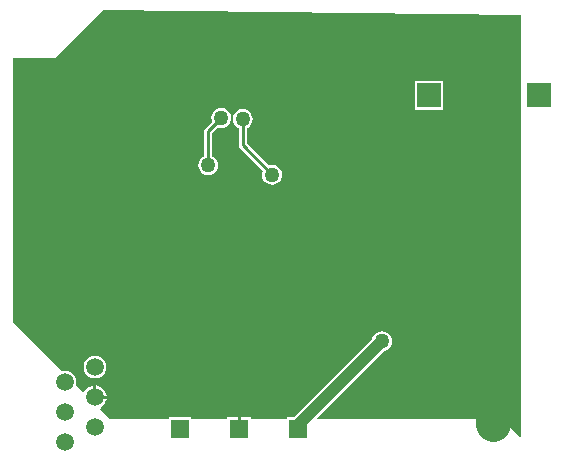
<source format=gbl>
%FSLAX25Y25*%
%MOIN*%
G70*
G01*
G75*
G04 Layer_Physical_Order=2*
G04 Layer_Color=16711680*
%ADD10R,0.04331X0.03937*%
%ADD11R,0.03937X0.04331*%
%ADD12R,0.05906X0.05118*%
%ADD13R,0.05118X0.05906*%
%ADD14R,0.06614X0.05984*%
%ADD15R,0.05984X0.06614*%
%ADD16R,0.04724X0.04724*%
%ADD17R,0.02756X0.02756*%
%ADD18R,0.04724X0.04724*%
%ADD19R,0.05906X0.01181*%
%ADD20R,0.01181X0.05906*%
%ADD21R,0.22047X0.22047*%
%ADD22R,0.07874X0.04724*%
%ADD23R,0.21654X0.07874*%
%ADD24C,0.01000*%
%ADD25C,0.01969*%
%ADD26C,0.02756*%
%ADD27C,0.03937*%
%ADD28C,0.07874*%
%ADD29R,0.07874X0.07874*%
%ADD30R,0.05906X0.05906*%
%ADD31C,0.05906*%
%ADD32C,0.05000*%
%ADD33C,0.11811*%
G36*
X209449Y157480D02*
Y17189D01*
X208987Y16997D01*
X203150Y22835D01*
X203136D01*
X203057Y23025D01*
X202496Y23756D01*
X201765Y24317D01*
X200914Y24670D01*
X200500Y24724D01*
Y21260D01*
X199500D01*
Y24724D01*
X199086Y24670D01*
X198235Y24317D01*
X197504Y23756D01*
X196943Y23025D01*
X196864Y22835D01*
X141592D01*
X141401Y23297D01*
X163701Y45596D01*
X163850Y45616D01*
X164650Y45947D01*
X165337Y46474D01*
X165864Y47161D01*
X166195Y47961D01*
X166308Y48819D01*
X166195Y49677D01*
X165864Y50477D01*
X165337Y51164D01*
X164650Y51690D01*
X163850Y52022D01*
X162992Y52135D01*
X162134Y52022D01*
X161334Y51690D01*
X160647Y51164D01*
X160121Y50477D01*
X159789Y49677D01*
X159770Y49527D01*
X133667Y23425D01*
X131299D01*
Y22835D01*
X119307D01*
Y23638D01*
X115854D01*
Y19685D01*
X114854D01*
Y23638D01*
X111402D01*
Y22835D01*
X99409D01*
Y23425D01*
X91929D01*
Y22835D01*
X72441D01*
X69107Y26168D01*
X69205Y26659D01*
X69316Y26705D01*
X70142Y27338D01*
X70776Y28164D01*
X71174Y29126D01*
X71244Y29658D01*
X67323D01*
Y30158D01*
X66823D01*
Y34078D01*
X66291Y34008D01*
X65329Y33610D01*
X64504Y32977D01*
X63870Y32151D01*
X63824Y32040D01*
X63334Y31942D01*
X60982Y34294D01*
X61095Y35157D01*
X60967Y36134D01*
X60590Y37044D01*
X59990Y37825D01*
X59209Y38425D01*
X58299Y38801D01*
X57323Y38930D01*
X56459Y38816D01*
X40157Y55118D01*
Y143307D01*
X54331D01*
X70079Y159055D01*
X209449Y157480D01*
D02*
G37*
%LPC*%
G36*
X176299Y62098D02*
X173335D01*
Y59134D01*
X173748Y59188D01*
X174600Y59541D01*
X175331Y60102D01*
X175892Y60833D01*
X176245Y61685D01*
X176299Y62098D01*
D02*
G37*
G36*
X172335D02*
X169370D01*
X169425Y61685D01*
X169777Y60833D01*
X170338Y60102D01*
X171070Y59541D01*
X171921Y59188D01*
X172335Y59134D01*
Y62098D01*
D02*
G37*
G36*
X51890Y61705D02*
X48925D01*
Y58740D01*
X49339Y58795D01*
X50190Y59148D01*
X50921Y59708D01*
X51482Y60440D01*
X51835Y61291D01*
X51890Y61705D01*
D02*
G37*
G36*
X47925Y65669D02*
X47512Y65615D01*
X46660Y65262D01*
X45929Y64701D01*
X45368Y63970D01*
X45015Y63118D01*
X44961Y62705D01*
X47925D01*
Y65669D01*
D02*
G37*
G36*
X173335Y66063D02*
Y63098D01*
X176299D01*
X176245Y63512D01*
X175892Y64363D01*
X175331Y65095D01*
X174600Y65656D01*
X173748Y66008D01*
X173335Y66063D01*
D02*
G37*
G36*
X172335D02*
X171921Y66008D01*
X171070Y65656D01*
X170338Y65095D01*
X169777Y64363D01*
X169425Y63512D01*
X169370Y63098D01*
X172335D01*
Y66063D01*
D02*
G37*
G36*
X48925Y65669D02*
Y62705D01*
X51890D01*
X51835Y63118D01*
X51482Y63970D01*
X50921Y64701D01*
X50190Y65262D01*
X49339Y65615D01*
X48925Y65669D01*
D02*
G37*
G36*
X67823Y34078D02*
Y30658D01*
X71244D01*
X71174Y31189D01*
X70776Y32151D01*
X70142Y32977D01*
X69316Y33610D01*
X68355Y34008D01*
X67823Y34078D01*
D02*
G37*
G36*
X120055Y30658D02*
X117091D01*
Y27693D01*
X117504Y27748D01*
X118356Y28100D01*
X119087Y28661D01*
X119648Y29392D01*
X120001Y30244D01*
X120055Y30658D01*
D02*
G37*
G36*
X116091D02*
X113126D01*
X113181Y30244D01*
X113533Y29392D01*
X114094Y28661D01*
X114825Y28100D01*
X115677Y27748D01*
X116091Y27693D01*
Y30658D01*
D02*
G37*
G36*
Y34622D02*
X115677Y34567D01*
X114825Y34215D01*
X114094Y33654D01*
X113533Y32923D01*
X113181Y32071D01*
X113126Y31657D01*
X116091D01*
Y34622D01*
D02*
G37*
G36*
X47925Y61705D02*
X44961D01*
X45015Y61291D01*
X45368Y60440D01*
X45929Y59708D01*
X46660Y59148D01*
X47512Y58795D01*
X47925Y58740D01*
Y61705D01*
D02*
G37*
G36*
X67323Y43930D02*
X66347Y43801D01*
X65437Y43424D01*
X64655Y42825D01*
X64056Y42044D01*
X63679Y41134D01*
X63550Y40157D01*
X63679Y39181D01*
X64056Y38271D01*
X64655Y37490D01*
X65437Y36891D01*
X66347Y36514D01*
X67323Y36385D01*
X68299Y36514D01*
X69209Y36891D01*
X69990Y37490D01*
X70590Y38271D01*
X70967Y39181D01*
X71095Y40157D01*
X70967Y41134D01*
X70590Y42044D01*
X69990Y42825D01*
X69209Y43424D01*
X68299Y43801D01*
X67323Y43930D01*
D02*
G37*
G36*
X117091Y34622D02*
Y31657D01*
X120055D01*
X120001Y32071D01*
X119648Y32923D01*
X119087Y33654D01*
X118356Y34215D01*
X117504Y34567D01*
X117091Y34622D01*
D02*
G37*
G36*
X206489Y149894D02*
X202075D01*
Y145480D01*
X202864Y145584D01*
X204065Y146081D01*
X205096Y146873D01*
X205887Y147904D01*
X206385Y149105D01*
X206489Y149894D01*
D02*
G37*
G36*
X201075D02*
X196661D01*
X196765Y149105D01*
X197262Y147904D01*
X198054Y146873D01*
X199085Y146081D01*
X200286Y145584D01*
X201075Y145480D01*
Y149894D01*
D02*
G37*
G36*
X169874D02*
X165461D01*
Y145480D01*
X166250Y145584D01*
X167450Y146081D01*
X168482Y146873D01*
X169273Y147904D01*
X169771Y149105D01*
X169874Y149894D01*
D02*
G37*
G36*
X164461Y155307D02*
X163672Y155204D01*
X162471Y154706D01*
X161440Y153915D01*
X160648Y152884D01*
X160151Y151682D01*
X160047Y150894D01*
X164461D01*
Y155307D01*
D02*
G37*
G36*
X202075D02*
Y150894D01*
X206489D01*
X206385Y151682D01*
X205887Y152884D01*
X205096Y153915D01*
X204065Y154706D01*
X202864Y155204D01*
X202075Y155307D01*
D02*
G37*
G36*
X201075D02*
X200286Y155204D01*
X199085Y154706D01*
X198054Y153915D01*
X197262Y152884D01*
X196765Y151682D01*
X196661Y150894D01*
X201075D01*
Y155307D01*
D02*
G37*
G36*
X165461D02*
Y150894D01*
X169874D01*
X169771Y151682D01*
X169273Y152884D01*
X168482Y153915D01*
X167450Y154706D01*
X166250Y155204D01*
X165461Y155307D01*
D02*
G37*
G36*
X164461Y149894D02*
X160047D01*
X160151Y149105D01*
X160648Y147904D01*
X161440Y146873D01*
X162471Y146081D01*
X163672Y145584D01*
X164461Y145480D01*
Y149894D01*
D02*
G37*
G36*
X183465Y135433D02*
X174016D01*
Y125984D01*
X183465D01*
Y135433D01*
D02*
G37*
G36*
X109449Y126544D02*
X108591Y126431D01*
X107791Y126100D01*
X107104Y125573D01*
X106577Y124886D01*
X106246Y124086D01*
X106133Y123228D01*
X106246Y122370D01*
X106389Y122025D01*
X104190Y119826D01*
X103905Y119400D01*
X103805Y118898D01*
Y110495D01*
X103460Y110352D01*
X102773Y109825D01*
X102247Y109138D01*
X101915Y108338D01*
X101802Y107480D01*
X101915Y106622D01*
X102247Y105822D01*
X102773Y105136D01*
X103460Y104609D01*
X104260Y104278D01*
X105118Y104165D01*
X105976Y104278D01*
X106776Y104609D01*
X107463Y105136D01*
X107990Y105822D01*
X108321Y106622D01*
X108434Y107480D01*
X108321Y108338D01*
X107990Y109138D01*
X107463Y109825D01*
X106776Y110352D01*
X106431Y110495D01*
Y118354D01*
X108245Y120169D01*
X108591Y120026D01*
X109449Y119913D01*
X110307Y120026D01*
X111107Y120357D01*
X111793Y120884D01*
X112320Y121571D01*
X112652Y122370D01*
X112765Y123228D01*
X112652Y124086D01*
X112320Y124886D01*
X111793Y125573D01*
X111107Y126100D01*
X110307Y126431D01*
X109449Y126544D01*
D02*
G37*
G36*
X116535Y126150D02*
X115677Y126037D01*
X114877Y125706D01*
X114191Y125179D01*
X113664Y124493D01*
X113333Y123693D01*
X113220Y122835D01*
X113333Y121976D01*
X113664Y121177D01*
X114191Y120490D01*
X114877Y119963D01*
X115223Y119820D01*
Y114173D01*
X115323Y113671D01*
X115607Y113245D01*
X123318Y105534D01*
X123175Y105189D01*
X123062Y104331D01*
X123175Y103472D01*
X123506Y102673D01*
X124033Y101986D01*
X124720Y101459D01*
X125520Y101128D01*
X126378Y101015D01*
X127236Y101128D01*
X128036Y101459D01*
X128723Y101986D01*
X129250Y102673D01*
X129581Y103472D01*
X129694Y104331D01*
X129581Y105189D01*
X129250Y105989D01*
X128723Y106675D01*
X128036Y107202D01*
X127236Y107534D01*
X126378Y107647D01*
X125520Y107534D01*
X125174Y107390D01*
X117848Y114717D01*
Y119820D01*
X118193Y119963D01*
X118880Y120490D01*
X119407Y121177D01*
X119738Y121976D01*
X119851Y122835D01*
X119738Y123693D01*
X119407Y124493D01*
X118880Y125179D01*
X118193Y125706D01*
X117394Y126037D01*
X116535Y126150D01*
D02*
G37*
G36*
X61311Y136902D02*
X58347D01*
X58401Y136488D01*
X58754Y135636D01*
X59315Y134905D01*
X60046Y134344D01*
X60897Y133992D01*
X61311Y133937D01*
Y136902D01*
D02*
G37*
G36*
X62311Y140866D02*
Y137902D01*
X65275D01*
X65221Y138315D01*
X64868Y139167D01*
X64307Y139898D01*
X63576Y140459D01*
X62725Y140812D01*
X62311Y140866D01*
D02*
G37*
G36*
X61311D02*
X60897Y140812D01*
X60046Y140459D01*
X59315Y139898D01*
X58754Y139167D01*
X58401Y138315D01*
X58347Y137902D01*
X61311D01*
Y140866D01*
D02*
G37*
G36*
X65275Y136902D02*
X62311D01*
Y133937D01*
X62725Y133992D01*
X63576Y134344D01*
X64307Y134905D01*
X64868Y135636D01*
X65221Y136488D01*
X65275Y136902D01*
D02*
G37*
%LPD*%
D24*
X105118Y107480D02*
Y118898D01*
X109449Y123228D01*
X116535Y114173D02*
Y122835D01*
Y114173D02*
X126378Y104331D01*
D25*
X135039Y19685D02*
Y20866D01*
D27*
X162992Y48819D01*
D28*
X201575Y150394D02*
D03*
X164961D02*
D03*
D29*
X215354Y130709D02*
D03*
X178740D02*
D03*
D30*
X95669Y19685D02*
D03*
X115354D02*
D03*
X135039D02*
D03*
D31*
X57323Y15157D02*
D03*
Y25157D02*
D03*
X67323Y20157D02*
D03*
Y30158D02*
D03*
X57323Y35157D02*
D03*
X67323Y40157D02*
D03*
D32*
X61811Y137402D02*
D03*
X172835Y62598D02*
D03*
X200000Y21260D02*
D03*
X48425Y62205D02*
D03*
X116591Y31157D02*
D03*
X162992Y48819D02*
D03*
X126378Y104331D02*
D03*
X105118Y107480D02*
D03*
X109449Y123228D02*
D03*
X116535Y122835D02*
D03*
D33*
X164961Y150394D02*
X201575D01*
X74803D02*
X164961D01*
X61811Y137402D02*
X74803Y150394D01*
X61811Y75590D02*
Y137402D01*
X48425Y62205D02*
X61811Y75590D01*
X48425Y62205D02*
X85543D01*
X116591Y31157D01*
X200000Y148819D02*
X201575Y150394D01*
X198031Y87795D02*
X200000D01*
X172835Y62598D02*
X198031Y87795D01*
X200000Y21260D02*
Y87795D01*
Y148819D01*
M02*

</source>
